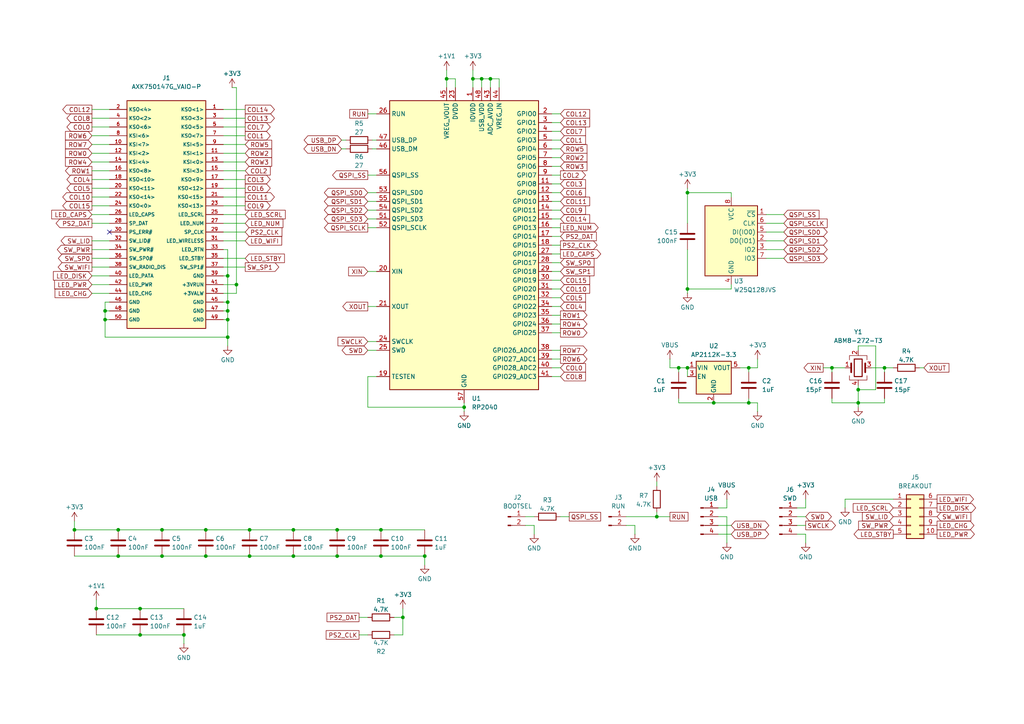
<source format=kicad_sch>
(kicad_sch (version 20231120) (generator "eeschema") (generator_version "8.0")
  (paper "A4")
  (junction (at 134.62 118.11))
  (junction (at 110.49 153.67))
  (junction (at 241.3 106.68))
  (junction (at 123.19 161.29))
  (junction (at 66.04 80.01))
  (junction (at 97.79 161.29))
  (junction (at 116.84 179.07))
  (junction (at 129.54 22.86))
  (junction (at 137.16 22.86))
  (junction (at 217.17 106.68))
  (junction (at 217.17 116.84))
  (junction (at 142.24 22.86))
  (junction (at 199.39 83.82))
  (junction (at 40.64 184.15))
  (junction (at 85.09 161.29))
  (junction (at 68.58 82.55))
  (junction (at 199.39 55.88))
  (junction (at 72.39 161.29))
  (junction (at 59.69 153.67))
  (junction (at 66.04 90.17))
  (junction (at 46.99 153.67))
  (junction (at 30.48 90.17))
  (junction (at 21.59 153.67))
  (junction (at 97.79 153.67))
  (junction (at 34.29 161.29))
  (junction (at 53.34 184.15))
  (junction (at 72.39 153.67))
  (junction (at 40.64 176.53))
  (junction (at 66.04 97.79))
  (junction (at 190.5 149.86))
  (junction (at 59.69 161.29))
  (junction (at 248.92 116.84))
  (junction (at 110.49 161.29))
  (junction (at 139.7 22.86))
  (junction (at 46.99 161.29))
  (junction (at 66.04 87.63))
  (junction (at 34.29 153.67))
  (junction (at 27.94 176.53))
  (junction (at 196.85 106.68))
  (junction (at 85.09 153.67))
  (junction (at 207.01 116.84))
  (junction (at 66.04 92.71))
  (junction (at 248.92 113.03))
  (junction (at 199.39 106.68))
  (junction (at 256.54 106.68))
  (junction (at 30.48 92.71))
  (no_connect (at 31.75 67.31))
  (wire (pts (xy 144.78 22.86) (xy 144.78 25.4)))
  (wire (pts (xy 162.56 81.28) (xy 160.02 81.28)))
  (wire (pts (xy 97.79 153.67) (xy 110.49 153.67)))
  (wire (pts (xy 199.39 55.88) (xy 212.09 55.88)))
  (wire (pts (xy 59.69 161.29) (xy 72.39 161.29)))
  (wire (pts (xy 256.54 106.68) (xy 252.73 106.68)))
  (wire (pts (xy 26.67 54.61) (xy 31.75 54.61)))
  (wire (pts (xy 219.71 106.68) (xy 219.71 104.14)))
  (wire (pts (xy 59.69 153.67) (xy 72.39 153.67)))
  (wire (pts (xy 248.92 100.33) (xy 254 100.33)))
  (wire (pts (xy 142.24 22.86) (xy 144.78 22.86)))
  (wire (pts (xy 99.06 43.18) (xy 100.33 43.18)))
  (wire (pts (xy 222.25 69.85) (xy 227.33 69.85)))
  (wire (pts (xy 53.34 184.15) (xy 53.34 186.69)))
  (wire (pts (xy 66.04 90.17) (xy 66.04 92.71)))
  (wire (pts (xy 199.39 55.88) (xy 199.39 64.77)))
  (wire (pts (xy 64.77 72.39) (xy 66.04 72.39)))
  (wire (pts (xy 110.49 153.67) (xy 123.19 153.67)))
  (wire (pts (xy 27.94 173.99) (xy 27.94 176.53)))
  (wire (pts (xy 26.67 82.55) (xy 31.75 82.55)))
  (wire (pts (xy 106.68 179.07) (xy 104.14 179.07)))
  (wire (pts (xy 26.67 69.85) (xy 31.75 69.85)))
  (wire (pts (xy 162.56 83.82) (xy 160.02 83.82)))
  (wire (pts (xy 212.09 152.4) (xy 208.28 152.4)))
  (wire (pts (xy 71.12 52.07) (xy 64.77 52.07)))
  (wire (pts (xy 21.59 153.67) (xy 34.29 153.67)))
  (wire (pts (xy 64.77 46.99) (xy 71.12 46.99)))
  (wire (pts (xy 162.56 63.5) (xy 160.02 63.5)))
  (wire (pts (xy 106.68 50.8) (xy 109.22 50.8)))
  (wire (pts (xy 162.56 66.04) (xy 160.02 66.04)))
  (wire (pts (xy 64.77 31.75) (xy 71.12 31.75)))
  (wire (pts (xy 71.12 36.83) (xy 64.77 36.83)))
  (wire (pts (xy 162.56 48.26) (xy 160.02 48.26)))
  (wire (pts (xy 210.82 147.32) (xy 208.28 147.32)))
  (wire (pts (xy 116.84 176.53) (xy 116.84 179.07)))
  (wire (pts (xy 254 100.33) (xy 254 113.03)))
  (wire (pts (xy 66.04 87.63) (xy 66.04 90.17)))
  (wire (pts (xy 162.56 68.58) (xy 160.02 68.58)))
  (wire (pts (xy 71.12 54.61) (xy 64.77 54.61)))
  (wire (pts (xy 64.77 92.71) (xy 66.04 92.71)))
  (wire (pts (xy 71.12 44.45) (xy 64.77 44.45)))
  (wire (pts (xy 106.68 58.42) (xy 109.22 58.42)))
  (wire (pts (xy 233.68 147.32) (xy 231.14 147.32)))
  (wire (pts (xy 190.5 139.7) (xy 190.5 140.97)))
  (wire (pts (xy 71.12 49.53) (xy 64.77 49.53)))
  (wire (pts (xy 68.58 85.09) (xy 68.58 82.55)))
  (wire (pts (xy 26.67 62.23) (xy 31.75 62.23)))
  (wire (pts (xy 30.48 90.17) (xy 30.48 92.71)))
  (wire (pts (xy 132.08 25.4) (xy 132.08 22.86)))
  (wire (pts (xy 26.67 59.69) (xy 31.75 59.69)))
  (wire (pts (xy 64.77 85.09) (xy 68.58 85.09)))
  (wire (pts (xy 97.79 161.29) (xy 110.49 161.29)))
  (wire (pts (xy 217.17 115.57) (xy 217.17 116.84)))
  (wire (pts (xy 241.3 116.84) (xy 248.92 116.84)))
  (wire (pts (xy 194.31 104.14) (xy 194.31 106.68)))
  (wire (pts (xy 31.75 87.63) (xy 30.48 87.63)))
  (wire (pts (xy 106.68 109.22) (xy 106.68 118.11)))
  (wire (pts (xy 245.11 147.32) (xy 245.11 144.78)))
  (wire (pts (xy 267.97 106.68) (xy 266.7 106.68)))
  (wire (pts (xy 207.01 116.84) (xy 217.17 116.84)))
  (wire (pts (xy 71.12 57.15) (xy 64.77 57.15)))
  (wire (pts (xy 134.62 119.38) (xy 134.62 118.11)))
  (wire (pts (xy 219.71 116.84) (xy 219.71 119.38)))
  (wire (pts (xy 26.67 46.99) (xy 31.75 46.99)))
  (wire (pts (xy 72.39 161.29) (xy 85.09 161.29)))
  (wire (pts (xy 190.5 149.86) (xy 190.5 148.59)))
  (wire (pts (xy 254 113.03) (xy 248.92 113.03)))
  (wire (pts (xy 129.54 22.86) (xy 132.08 22.86)))
  (wire (pts (xy 217.17 106.68) (xy 217.17 107.95)))
  (wire (pts (xy 26.67 57.15) (xy 31.75 57.15)))
  (wire (pts (xy 194.31 106.68) (xy 196.85 106.68)))
  (wire (pts (xy 110.49 161.29) (xy 123.19 161.29)))
  (wire (pts (xy 107.95 43.18) (xy 109.22 43.18)))
  (wire (pts (xy 106.68 60.96) (xy 109.22 60.96)))
  (wire (pts (xy 30.48 90.17) (xy 31.75 90.17)))
  (wire (pts (xy 64.77 82.55) (xy 68.58 82.55)))
  (wire (pts (xy 217.17 116.84) (xy 219.71 116.84)))
  (wire (pts (xy 30.48 92.71) (xy 31.75 92.71)))
  (wire (pts (xy 66.04 92.71) (xy 66.04 97.79)))
  (wire (pts (xy 26.67 52.07) (xy 31.75 52.07)))
  (wire (pts (xy 184.15 152.4) (xy 181.61 152.4)))
  (wire (pts (xy 64.77 34.29) (xy 71.12 34.29)))
  (wire (pts (xy 162.56 40.64) (xy 160.02 40.64)))
  (wire (pts (xy 129.54 20.32) (xy 129.54 22.86)))
  (wire (pts (xy 154.94 154.94) (xy 154.94 152.4)))
  (wire (pts (xy 71.12 64.77) (xy 64.77 64.77)))
  (wire (pts (xy 68.58 82.55) (xy 68.58 25.4)))
  (wire (pts (xy 106.68 78.74) (xy 109.22 78.74)))
  (wire (pts (xy 71.12 39.37) (xy 64.77 39.37)))
  (wire (pts (xy 233.68 152.4) (xy 231.14 152.4)))
  (wire (pts (xy 116.84 179.07) (xy 116.84 184.15)))
  (wire (pts (xy 26.67 31.75) (xy 31.75 31.75)))
  (wire (pts (xy 114.3 179.07) (xy 116.84 179.07)))
  (wire (pts (xy 27.94 176.53) (xy 40.64 176.53)))
  (wire (pts (xy 71.12 74.93) (xy 64.77 74.93)))
  (wire (pts (xy 181.61 149.86) (xy 190.5 149.86)))
  (wire (pts (xy 106.68 63.5) (xy 109.22 63.5)))
  (wire (pts (xy 53.34 184.15) (xy 40.64 184.15)))
  (wire (pts (xy 26.67 80.01) (xy 31.75 80.01)))
  (wire (pts (xy 162.56 93.98) (xy 160.02 93.98)))
  (wire (pts (xy 106.68 99.06) (xy 109.22 99.06)))
  (wire (pts (xy 162.56 106.68) (xy 160.02 106.68)))
  (wire (pts (xy 152.4 149.86) (xy 154.94 149.86)))
  (wire (pts (xy 26.67 49.53) (xy 31.75 49.53)))
  (wire (pts (xy 210.82 149.86) (xy 210.82 157.48)))
  (wire (pts (xy 162.56 91.44) (xy 160.02 91.44)))
  (wire (pts (xy 256.54 116.84) (xy 256.54 115.57)))
  (wire (pts (xy 137.16 20.32) (xy 137.16 22.86)))
  (wire (pts (xy 199.39 83.82) (xy 212.09 83.82)))
  (wire (pts (xy 106.68 88.9) (xy 109.22 88.9)))
  (wire (pts (xy 196.85 106.68) (xy 196.85 107.95)))
  (wire (pts (xy 26.67 77.47) (xy 31.75 77.47)))
  (wire (pts (xy 162.56 50.8) (xy 160.02 50.8)))
  (wire (pts (xy 142.24 22.86) (xy 142.24 25.4)))
  (wire (pts (xy 68.58 25.4) (xy 67.31 25.4)))
  (wire (pts (xy 162.56 38.1) (xy 160.02 38.1)))
  (wire (pts (xy 259.08 106.68) (xy 256.54 106.68)))
  (wire (pts (xy 71.12 62.23) (xy 64.77 62.23)))
  (wire (pts (xy 248.92 113.03) (xy 248.92 111.76)))
  (wire (pts (xy 71.12 67.31) (xy 64.77 67.31)))
  (wire (pts (xy 165.1 149.86) (xy 162.56 149.86)))
  (wire (pts (xy 139.7 22.86) (xy 142.24 22.86)))
  (wire (pts (xy 162.56 60.96) (xy 160.02 60.96)))
  (wire (pts (xy 26.67 72.39) (xy 31.75 72.39)))
  (wire (pts (xy 71.12 59.69) (xy 64.77 59.69)))
  (wire (pts (xy 196.85 106.68) (xy 199.39 106.68)))
  (wire (pts (xy 199.39 72.39) (xy 199.39 83.82)))
  (wire (pts (xy 26.67 64.77) (xy 31.75 64.77)))
  (wire (pts (xy 162.56 96.52) (xy 160.02 96.52)))
  (wire (pts (xy 106.68 55.88) (xy 109.22 55.88)))
  (wire (pts (xy 34.29 153.67) (xy 46.99 153.67)))
  (wire (pts (xy 30.48 87.63) (xy 30.48 90.17)))
  (wire (pts (xy 27.94 184.15) (xy 40.64 184.15)))
  (wire (pts (xy 199.39 109.22) (xy 199.39 106.68)))
  (wire (pts (xy 233.68 154.94) (xy 233.68 157.48)))
  (wire (pts (xy 30.48 97.79) (xy 66.04 97.79)))
  (wire (pts (xy 66.04 100.33) (xy 66.04 97.79)))
  (wire (pts (xy 219.71 106.68) (xy 217.17 106.68)))
  (wire (pts (xy 162.56 104.14) (xy 160.02 104.14)))
  (wire (pts (xy 107.95 40.64) (xy 109.22 40.64)))
  (wire (pts (xy 199.39 54.61) (xy 199.39 55.88)))
  (wire (pts (xy 238.76 106.68) (xy 241.3 106.68)))
  (wire (pts (xy 222.25 67.31) (xy 227.33 67.31)))
  (wire (pts (xy 85.09 161.29) (xy 97.79 161.29)))
  (wire (pts (xy 162.56 78.74) (xy 160.02 78.74)))
  (wire (pts (xy 106.68 33.02) (xy 109.22 33.02)))
  (wire (pts (xy 64.77 87.63) (xy 66.04 87.63)))
  (wire (pts (xy 34.29 161.29) (xy 46.99 161.29)))
  (wire (pts (xy 71.12 69.85) (xy 64.77 69.85)))
  (wire (pts (xy 190.5 149.86) (xy 194.31 149.86)))
  (wire (pts (xy 212.09 154.94) (xy 208.28 154.94)))
  (wire (pts (xy 123.19 161.29) (xy 123.19 163.83)))
  (wire (pts (xy 241.3 116.84) (xy 241.3 115.57)))
  (wire (pts (xy 241.3 106.68) (xy 245.11 106.68)))
  (wire (pts (xy 26.67 85.09) (xy 31.75 85.09)))
  (wire (pts (xy 64.77 80.01) (xy 66.04 80.01)))
  (wire (pts (xy 233.68 154.94) (xy 231.14 154.94)))
  (wire (pts (xy 196.85 116.84) (xy 207.01 116.84)))
  (wire (pts (xy 106.68 184.15) (xy 104.14 184.15)))
  (wire (pts (xy 222.25 64.77) (xy 227.33 64.77)))
  (wire (pts (xy 66.04 80.01) (xy 66.04 87.63)))
  (wire (pts (xy 26.67 41.91) (xy 31.75 41.91)))
  (wire (pts (xy 162.56 53.34) (xy 160.02 53.34)))
  (wire (pts (xy 162.56 86.36) (xy 160.02 86.36)))
  (wire (pts (xy 71.12 41.91) (xy 64.77 41.91)))
  (wire (pts (xy 64.77 90.17) (xy 66.04 90.17)))
  (wire (pts (xy 212.09 83.82) (xy 212.09 82.55)))
  (wire (pts (xy 210.82 149.86) (xy 208.28 149.86)))
  (wire (pts (xy 248.92 118.11) (xy 248.92 116.84)))
  (wire (pts (xy 30.48 92.71) (xy 30.48 97.79)))
  (wire (pts (xy 196.85 116.84) (xy 196.85 115.57)))
  (wire (pts (xy 199.39 85.09) (xy 199.39 83.82)))
  (wire (pts (xy 162.56 73.66) (xy 160.02 73.66)))
  (wire (pts (xy 106.68 118.11) (xy 134.62 118.11)))
  (wire (pts (xy 245.11 144.78) (xy 259.08 144.78)))
  (wire (pts (xy 139.7 22.86) (xy 139.7 25.4)))
  (wire (pts (xy 154.94 152.4) (xy 152.4 152.4)))
  (wire (pts (xy 162.56 109.22) (xy 160.02 109.22)))
  (wire (pts (xy 71.12 77.47) (xy 64.77 77.47)))
  (wire (pts (xy 26.67 34.29) (xy 31.75 34.29)))
  (wire (pts (xy 212.09 55.88) (xy 212.09 57.15)))
  (wire (pts (xy 222.25 72.39) (xy 227.33 72.39)))
  (wire (pts (xy 114.3 184.15) (xy 116.84 184.15)))
  (wire (pts (xy 162.56 33.02) (xy 160.02 33.02)))
  (wire (pts (xy 184.15 154.94) (xy 184.15 152.4)))
  (wire (pts (xy 26.67 36.83) (xy 31.75 36.83)))
  (wire (pts (xy 162.56 58.42) (xy 160.02 58.42)))
  (wire (pts (xy 162.56 101.6) (xy 160.02 101.6)))
  (wire (pts (xy 222.25 62.23) (xy 227.33 62.23)))
  (wire (pts (xy 256.54 107.95) (xy 256.54 106.68)))
  (wire (pts (xy 66.04 72.39) (xy 66.04 80.01)))
  (wire (pts (xy 162.56 45.72) (xy 160.02 45.72)))
  (wire (pts (xy 106.68 66.04) (xy 109.22 66.04)))
  (wire (pts (xy 214.63 106.68) (xy 217.17 106.68)))
  (wire (pts (xy 85.09 153.67) (xy 97.79 153.67)))
  (wire (pts (xy 162.56 35.56) (xy 160.02 35.56)))
  (wire (pts (xy 26.67 74.93) (xy 31.75 74.93)))
  (wire (pts (xy 137.16 22.86) (xy 139.7 22.86)))
  (wire (pts (xy 40.64 176.53) (xy 53.34 176.53)))
  (wire (pts (xy 162.56 55.88) (xy 160.02 55.88)))
  (wire (pts (xy 162.56 71.12) (xy 160.02 71.12)))
  (wire (pts (xy 46.99 161.29) (xy 59.69 161.29)))
  (wire (pts (xy 162.56 43.18) (xy 160.02 43.18)))
  (wire (pts (xy 21.59 161.29) (xy 34.29 161.29)))
  (wire (pts (xy 109.22 109.22) (xy 106.68 109.22)))
  (wire (pts (xy 137.16 22.86) (xy 137.16 25.4)))
  (wire (pts (xy 26.67 39.37) (xy 31.75 39.37)))
  (wire (pts (xy 210.82 147.32) (xy 210.82 144.78)))
  (wire (pts (xy 162.56 76.2) (xy 160.02 76.2)))
  (wire (pts (xy 46.99 153.67) (xy 59.69 153.67)))
  (wire (pts (xy 248.92 116.84) (xy 256.54 116.84)))
  (wire (pts (xy 72.39 153.67) (xy 85.09 153.67)))
  (wire (pts (xy 21.59 151.13) (xy 21.59 153.67)))
  (wire (pts (xy 241.3 107.95) (xy 241.3 106.68)))
  (wire (pts (xy 222.25 74.93) (xy 227.33 74.93)))
  (wire (pts (xy 233.68 149.86) (xy 231.14 149.86)))
  (wire (pts (xy 106.68 101.6) (xy 109.22 101.6)))
  (wire (pts (xy 134.62 118.11) (xy 134.62 116.84)))
  (wire (pts (xy 162.56 88.9) (xy 160.02 88.9)))
  (wire (pts (xy 248.92 101.6) (xy 248.92 100.33)))
  (wire (pts (xy 26.67 44.45) (xy 31.75 44.45)))
  (wire (pts (xy 129.54 22.86) (xy 129.54 25.4)))
  (wire (pts (xy 248.92 113.03) (xy 248.92 116.84)))
  (wire (pts (xy 99.06 40.64) (xy 100.33 40.64)))
  (wire (pts (xy 233.68 147.32) (xy 233.68 144.78)))
  (global_label "USB_DP" (shape bidirectional) (at 99.06 40.64 180) (property "Intersheetrefs" "${INTERSHEET_REFS}" (effects (hide yes))))
  (global_label "ROW2" (shape input) (at 71.12 44.45 0) (property "Intersheetrefs" "${INTERSHEET_REFS}" (effects (hide yes))))
  (global_label "LED_NUM" (shape output) (at 162.56 66.04 0) (property "Intersheetrefs" "${INTERSHEET_REFS}" (effects (hide yes))))
  (global_label "ROW1" (shape output) (at 162.56 91.44 0) (property "Intersheetrefs" "${INTERSHEET_REFS}" (effects (hide yes))))
  (global_label "LED_WIFI" (shape output) (at 271.78 144.78 0) (property "Intersheetrefs" "${INTERSHEET_REFS}" (effects (hide yes))))
  (global_label "COL3" (shape output) (at 71.12 52.07 0) (property "Intersheetrefs" "${INTERSHEET_REFS}" (effects (hide yes))))
  (global_label "SWCLK" (shape input) (at 106.68 99.06 180) (property "Intersheetrefs" "${INTERSHEET_REFS}" (effects (hide yes))))
  (global_label "LED_CHG" (shape input) (at 26.67 85.09 180) (property "Intersheetrefs" "${INTERSHEET_REFS}" (effects (hide yes))))
  (global_label "SW_LID" (shape output) (at 26.67 69.85 180) (property "Intersheetrefs" "${INTERSHEET_REFS}" (effects (hide yes))))
  (global_label "LED_PWR" (shape output) (at 271.78 154.94 0) (property "Intersheetrefs" "${INTERSHEET_REFS}" (effects (hide yes))))
  (global_label "SWD" (shape bidirectional) (at 233.68 149.86 0) (property "Intersheetrefs" "${INTERSHEET_REFS}" (effects (hide yes))))
  (global_label "COL2" (shape input) (at 71.12 49.53 0) (property "Intersheetrefs" "${INTERSHEET_REFS}" (effects (hide yes))))
  (global_label "COL6" (shape input) (at 162.56 55.88 0) (property "Intersheetrefs" "${INTERSHEET_REFS}" (effects (hide yes))))
  (global_label "SW_PWR" (shape input) (at 259.08 152.4 180) (property "Intersheetrefs" "${INTERSHEET_REFS}" (effects (hide yes))))
  (global_label "XIN" (shape input) (at 106.68 78.74 180) (property "Intersheetrefs" "${INTERSHEET_REFS}" (effects (hide yes))))
  (global_label "ROW0" (shape input) (at 26.67 44.45 180) (property "Intersheetrefs" "${INTERSHEET_REFS}" (effects (hide yes))))
  (global_label "COL13" (shape output) (at 71.12 34.29 0) (property "Intersheetrefs" "${INTERSHEET_REFS}" (effects (hide yes))))
  (global_label "ROW5" (shape input) (at 162.56 43.18 0) (property "Intersheetrefs" "${INTERSHEET_REFS}" (effects (hide yes))))
  (global_label "COL0" (shape output) (at 26.67 36.83 180) (property "Intersheetrefs" "${INTERSHEET_REFS}" (effects (hide yes))))
  (global_label "COL11" (shape input) (at 162.56 58.42 0) (property "Intersheetrefs" "${INTERSHEET_REFS}" (effects (hide yes))))
  (global_label "PS2_CLK" (shape passive) (at 104.14 184.15 180) (property "Intersheetrefs" "${INTERSHEET_REFS}" (effects (hide yes))))
  (global_label "SW_LID" (shape input) (at 259.08 149.86 180) (property "Intersheetrefs" "${INTERSHEET_REFS}" (effects (hide yes))))
  (global_label "PS2_DAT" (shape output) (at 26.67 64.77 180) (property "Intersheetrefs" "${INTERSHEET_REFS}" (effects (hide yes))))
  (global_label "SW_SP0" (shape output) (at 26.67 74.93 180) (property "Intersheetrefs" "${INTERSHEET_REFS}" (effects (hide yes))))
  (global_label "QSPI_SD0" (shape bidirectional) (at 106.68 55.88 180) (property "Intersheetrefs" "${INTERSHEET_REFS}" (effects (hide yes))))
  (global_label "COL13" (shape input) (at 162.56 35.56 0) (property "Intersheetrefs" "${INTERSHEET_REFS}" (effects (hide yes))))
  (global_label "SW_WIFI" (shape input) (at 271.78 149.86 0) (property "Intersheetrefs" "${INTERSHEET_REFS}" (effects (hide yes))))
  (global_label "PS2_CLK" (shape input) (at 71.12 67.31 0) (property "Intersheetrefs" "${INTERSHEET_REFS}" (effects (hide yes))))
  (global_label "COL5" (shape input) (at 162.56 86.36 0) (property "Intersheetrefs" "${INTERSHEET_REFS}" (effects (hide yes))))
  (global_label "QSPI_SCLK" (shape output) (at 106.68 66.04 180) (property "Intersheetrefs" "${INTERSHEET_REFS}" (effects (hide yes))))
  (global_label "LED_CAPS" (shape input) (at 26.67 62.23 180) (property "Intersheetrefs" "${INTERSHEET_REFS}" (effects (hide yes))))
  (global_label "SW_SP1" (shape output) (at 71.12 77.47 0) (property "Intersheetrefs" "${INTERSHEET_REFS}" (effects (hide yes))))
  (global_label "COL3" (shape input) (at 162.56 53.34 0) (property "Intersheetrefs" "${INTERSHEET_REFS}" (effects (hide yes))))
  (global_label "SWCLK" (shape output) (at 233.68 152.4 0) (property "Intersheetrefs" "${INTERSHEET_REFS}" (effects (hide yes))))
  (global_label "QSPI_SS" (shape passive) (at 165.1 149.86 0) (property "Intersheetrefs" "${INTERSHEET_REFS}" (effects (hide yes))))
  (global_label "PS2_DAT" (shape input) (at 162.56 68.58 0) (property "Intersheetrefs" "${INTERSHEET_REFS}" (effects (hide yes))))
  (global_label "ROW6" (shape input) (at 26.67 39.37 180) (property "Intersheetrefs" "${INTERSHEET_REFS}" (effects (hide yes))))
  (global_label "LED_STBY" (shape input) (at 71.12 74.93 0) (property "Intersheetrefs" "${INTERSHEET_REFS}" (effects (hide yes))))
  (global_label "LED_CAPS" (shape output) (at 162.56 73.66 0) (property "Intersheetrefs" "${INTERSHEET_REFS}" (effects (hide yes))))
  (global_label "ROW2" (shape input) (at 162.56 45.72 0) (property "Intersheetrefs" "${INTERSHEET_REFS}" (effects (hide yes))))
  (global_label "XIN" (shape output) (at 238.76 106.68 180) (property "Intersheetrefs" "${INTERSHEET_REFS}" (effects (hide yes))))
  (global_label "ROW4" (shape output) (at 162.56 93.98 0) (property "Intersheetrefs" "${INTERSHEET_REFS}" (effects (hide yes))))
  (global_label "COL14" (shape input) (at 162.56 63.5 0) (property "Intersheetrefs" "${INTERSHEET_REFS}" (effects (hide yes))))
  (global_label "COL7" (shape output) (at 71.12 36.83 0) (property "Intersheetrefs" "${INTERSHEET_REFS}" (effects (hide yes))))
  (global_label "COL10" (shape input) (at 162.56 83.82 0) (property "Intersheetrefs" "${INTERSHEET_REFS}" (effects (hide yes))))
  (global_label "ROW5" (shape input) (at 71.12 41.91 0) (property "Intersheetrefs" "${INTERSHEET_REFS}" (effects (hide yes))))
  (global_label "ROW7" (shape output) (at 162.56 101.6 0) (property "Intersheetrefs" "${INTERSHEET_REFS}" (effects (hide yes))))
  (global_label "QSPI_SS" (shape output) (at 106.68 50.8 180) (property "Intersheetrefs" "${INTERSHEET_REFS}" (effects (hide yes))))
  (global_label "QSPI_SD3" (shape bidirectional) (at 227.33 74.93 0) (property "Intersheetrefs" "${INTERSHEET_REFS}" (effects (hide yes))))
  (global_label "PS2_CLK" (shape output) (at 162.56 71.12 0) (property "Intersheetrefs" "${INTERSHEET_REFS}" (effects (hide yes))))
  (global_label "PS2_DAT" (shape passive) (at 104.14 179.07 180) (property "Intersheetrefs" "${INTERSHEET_REFS}" (effects (hide yes))))
  (global_label "ROW0" (shape output) (at 162.56 96.52 0) (property "Intersheetrefs" "${INTERSHEET_REFS}" (effects (hide yes))))
  (global_label "LED_DISK" (shape input) (at 26.67 80.01 180) (property "Intersheetrefs" "${INTERSHEET_REFS}" (effects (hide yes))))
  (global_label "COL4" (shape input) (at 162.56 88.9 0) (property "Intersheetrefs" "${INTERSHEET_REFS}" (effects (hide yes))))
  (global_label "LED_CHG" (shape output) (at 271.78 152.4 0) (property "Intersheetrefs" "${INTERSHEET_REFS}" (effects (hide yes))))
  (global_label "SW_WIFI" (shape output) (at 26.67 77.47 180) (property "Intersheetrefs" "${INTERSHEET_REFS}" (effects (hide yes))))
  (global_label "COL9" (shape input) (at 162.56 60.96 0) (property "Intersheetrefs" "${INTERSHEET_REFS}" (effects (hide yes))))
  (global_label "ROW3" (shape input) (at 162.56 48.26 0) (property "Intersheetrefs" "${INTERSHEET_REFS}" (effects (hide yes))))
  (global_label "USB_DN" (shape bidirectional) (at 212.09 152.4 0) (property "Intersheetrefs" "${INTERSHEET_REFS}" (effects (hide yes))))
  (global_label "COL15" (shape input) (at 162.56 81.28 0) (property "Intersheetrefs" "${INTERSHEET_REFS}" (effects (hide yes))))
  (global_label "QSPI_SD1" (shape bidirectional) (at 106.68 58.42 180) (property "Intersheetrefs" "${INTERSHEET_REFS}" (effects (hide yes))))
  (global_label "LED_DISK" (shape output) (at 271.78 147.32 0) (property "Intersheetrefs" "${INTERSHEET_REFS}" (effects (hide yes))))
  (global_label "XOUT" (shape input) (at 267.97 106.68 0) (property "Intersheetrefs" "${INTERSHEET_REFS}" (effects (hide yes))))
  (global_label "COL14" (shape output) (at 71.12 31.75 0) (property "Intersheetrefs" "${INTERSHEET_REFS}" (effects (hide yes))))
  (global_label "COL7" (shape input) (at 162.56 38.1 0) (property "Intersheetrefs" "${INTERSHEET_REFS}" (effects (hide yes))))
  (global_label "COL4" (shape output) (at 26.67 52.07 180) (property "Intersheetrefs" "${INTERSHEET_REFS}" (effects (hide yes))))
  (global_label "LED_NUM" (shape input) (at 71.12 64.77 0) (property "Intersheetrefs" "${INTERSHEET_REFS}" (effects (hide yes))))
  (global_label "USB_DN" (shape bidirectional) (at 99.06 43.18 180) (property "Intersheetrefs" "${INTERSHEET_REFS}" (effects (hide yes))))
  (global_label "SW_SP0" (shape input) (at 162.56 76.2 0) (property "Intersheetrefs" "${INTERSHEET_REFS}" (effects (hide yes))))
  (global_label "COL2" (shape output) (at 162.56 50.8 0) (property "Intersheetrefs" "${INTERSHEET_REFS}" (effects (hide yes))))
  (global_label "LED_SCRL" (shape input) (at 259.08 147.32 180) (property "Intersheetrefs" "${INTERSHEET_REFS}" (effects (hide yes))))
  (global_label "COL6" (shape output) (at 71.12 54.61 0) (property "Intersheetrefs" "${INTERSHEET_REFS}" (effects (hide yes))))
  (global_label "COL9" (shape output) (at 71.12 59.69 0) (property "Intersheetrefs" "${INTERSHEET_REFS}" (effects (hide yes))))
  (global_label "QSPI_SD2" (shape bidirectional) (at 106.68 60.96 180) (property "Intersheetrefs" "${INTERSHEET_REFS}" (effects (hide yes))))
  (global_label "ROW1" (shape output) (at 26.67 49.53 180) (property "Intersheetrefs" "${INTERSHEET_REFS}" (effects (hide yes))))
  (global_label "COL0" (shape input) (at 162.56 106.68 0) (property "Intersheetrefs" "${INTERSHEET_REFS}" (effects (hide yes))))
  (global_label "ROW7" (shape input) (at 26.67 41.91 180) (property "Intersheetrefs" "${INTERSHEET_REFS}" (effects (hide yes))))
  (global_label "COL8" (shape input) (at 162.56 109.22 0) (property "Intersheetrefs" "${INTERSHEET_REFS}" (effects (hide yes))))
  (global_label "COL1" (shape input) (at 162.56 40.64 0) (property "Intersheetrefs" "${INTERSHEET_REFS}" (effects (hide yes))))
  (global_label "QSPI_SD0" (shape bidirectional) (at 227.33 67.31 0) (property "Intersheetrefs" "${INTERSHEET_REFS}" (effects (hide yes))))
  (global_label "XOUT" (shape output) (at 106.68 88.9 180) (property "Intersheetrefs" "${INTERSHEET_REFS}" (effects (hide yes))))
  (global_label "QSPI_SD3" (shape bidirectional) (at 106.68 63.5 180) (property "Intersheetrefs" "${INTERSHEET_REFS}" (effects (hide yes))))
  (global_label "COL8" (shape output) (at 26.67 34.29 180) (property "Intersheetrefs" "${INTERSHEET_REFS}" (effects (hide yes))))
  (global_label "ROW4" (shape input) (at 26.67 46.99 180) (property "Intersheetrefs" "${INTERSHEET_REFS}" (effects (hide yes))))
  (global_label "COL10" (shape output) (at 26.67 57.15 180) (property "Intersheetrefs" "${INTERSHEET_REFS}" (effects (hide yes))))
  (global_label "COL15" (shape output) (at 26.67 59.69 180) (property "Intersheetrefs" "${INTERSHEET_REFS}" (effects (hide yes))))
  (global_label "RUN" (shape passive) (at 194.31 149.86 0) (property "Intersheetrefs" "${INTERSHEET_REFS}" (effects (hide yes))))
  (global_label "LED_WIFI" (shape input) (at 71.12 69.85 0) (property "Intersheetrefs" "${INTERSHEET_REFS}" (effects (hide yes))))
  (global_label "ROW6" (shape output) (at 162.56 104.14 0) (property "Intersheetrefs" "${INTERSHEET_REFS}" (effects (hide yes))))
  (global_label "SW_PWR" (shape output) (at 26.67 72.39 180) (property "Intersheetrefs" "${INTERSHEET_REFS}" (effects (hide yes))))
  (global_label "USB_DP" (shape bidirectional) (at 212.09 154.94 0) (property "Intersheetrefs" "${INTERSHEET_REFS}" (effects (hide yes))))
  (global_label "QSPI_SD2" (shape bidirectional) (at 227.33 72.39 0) (property "Intersheetrefs" "${INTERSHEET_REFS}" (effects (hide yes))))
  (global_label "SW_SP1" (shape input) (at 162.56 78.74 0) (property "Intersheetrefs" "${INTERSHEET_REFS}" (effects (hide yes))))
  (global_label "COL5" (shape output) (at 26.67 54.61 180) (property "Intersheetrefs" "${INTERSHEET_REFS}" (effects (hide yes))))
  (global_label "RUN" (shape passive) (at 106.68 33.02 180) (property "Intersheetrefs" "${INTERSHEET_REFS}" (effects (hide yes))))
  (global_label "LED_PWR" (shape input) (at 26.67 82.55 180) (property "Intersheetrefs" "${INTERSHEET_REFS}" (effects (hide yes))))
  (global_label "QSPI_SS" (shape input) (at 227.33 62.23 0) (property "Intersheetrefs" "${INTERSHEET_REFS}" (effects (hide yes))))
  (global_label "COL12" (shape input) (at 162.56 33.02 0) (property "Intersheetrefs" "${INTERSHEET_REFS}" (effects (hide yes))))
  (global_label "QSPI_SCLK" (shape input) (at 227.33 64.77 0) (property "Intersheetrefs" "${INTERSHEET_REFS}" (effects (hide yes))))
  (global_label "LED_STBY" (shape output) (at 259.08 154.94 180) (property "Intersheetrefs" "${INTERSHEET_REFS}" (effects (hide yes))))
  (global_label "LED_SCRL" (shape input) (at 71.12 62.23 0) (property "Intersheetrefs" "${INTERSHEET_REFS}" (effects (hide yes))))
  (global_label "COL1" (shape output) (at 71.12 39.37 0) (property "Intersheetrefs" "${INTERSHEET_REFS}" (effects (hide yes))))
  (global_label "SWD" (shape bidirectional) (at 106.68 101.6 180) (property "Intersheetrefs" "${INTERSHEET_REFS}" (effects (hide yes))))
  (global_label "ROW3" (shape input) (at 71.12 46.99 0) (property "Intersheetrefs" "${INTERSHEET_REFS}" (effects (hide yes))))
  (global_label "COL12" (shape output) (at 26.67 31.75 180) (property "Intersheetrefs" "${INTERSHEET_REFS}" (effects (hide yes))))
  (global_label "COL11" (shape output) (at 71.12 57.15 0) (property "Intersheetrefs" "${INTERSHEET_REFS}" (effects (hide yes))))
  (global_label "QSPI_SD1" (shape bidirectional) (at 227.33 69.85 0) (property "Intersheetrefs" "${INTERSHEET_REFS}" (effects (hide yes))))
  (symbol (lib_id "power:+1V1") (at 129.54 20.32 0) (unit 1)
    (property "Reference" "#PWR011" (effects (hide yes)))
    (property "Value" "+1V1" (at 129.54 16.256 0))
    (property "Description" "Power symbol creates a global label with name \"+1V1\"" (effects (hide yes)))
  )
  (symbol (lib_id "power:VBUS") (at 194.31 104.14 0) (unit 1)
    (property "Reference" "#PWR02" (effects (hide yes)))
    (property "Value" "VBUS" (at 194.31 100.076 0))
    (property "Description" "Power symbol creates a global label with name \"VBUS\"" (effects (hide yes)))
  )
  (symbol (lib_id "Device:C") (at 110.49 157.48 0) (unit 1)
    (property "Reference" "C10" (at 113.284 156.21 0) (effects (justify left)))
    (property "Value" "100nF" (at 113.284 158.75 0) (effects (justify left)))
    (property "Footprint" "Capacitor_SMD:C_0402_1005Metric" (effects (hide yes)))
    (property "Description" "Unpolarized capacitor" (effects (hide yes)))
  )
  (symbol (lib_id "power:GND") (at 134.62 119.38 0) (unit 1)
    (property "Reference" "#PWR015" (effects (hide yes)))
    (property "Value" "GND" (at 134.62 123.444 0))
    (property "Description" "Power symbol creates a global label with name \"GND\" , ground" (effects (hide yes)))
  )
  (symbol (lib_id "power:+3V3") (at 199.39 54.61 0) (unit 1)
    (property "Reference" "#PWR017" (effects (hide yes)))
    (property "Value" "+3V3" (at 199.39 50.546 0))
  )
  (symbol (lib_id "Device:C") (at 217.17 111.76 0) (unit 1)
    (property "Reference" "C2" (at 220.98 110.4899 0) (effects (justify left)))
    (property "Value" "1uF" (at 220.98 113.0299 0) (effects (justify left)))
    (property "Footprint" "Capacitor_SMD:C_0402_1005Metric" (effects (hide yes)))
  )
  (symbol (lib_id "Device:C") (at 256.54 111.76 0) (unit 1)
    (property "Reference" "C17" (at 259.334 110.49 0) (effects (justify left)))
    (property "Value" "15pF" (at 259.334 113.03 0) (effects (justify left)))
    (property "Footprint" "Capacitor_SMD:C_0402_1005Metric" (effects (hide yes)))
    (property "Description" "Unpolarized capacitor" (effects (hide yes)))
  )
  (symbol (lib_id "power:GND") (at 154.94 154.94 0) (mirror y) (unit 1)
    (property "Reference" "#PWR018" (effects (hide yes)))
    (property "Value" "GND" (at 154.94 159.004 0))
    (property "Description" "Power symbol creates a global label with name \"GND\" , ground" (effects (hide yes)))
  )
  (symbol (lib_id "Regulator_Linear:AP2112K-3.3") (at 207.01 109.22 0) (unit 1)
    (property "Reference" "U2" (at 207.01 100.33 0))
    (property "Value" "AP2112K-3.3" (at 207.01 102.87 0))
    (property "Footprint" "Package_TO_SOT_SMD:SOT-23-5" (effects (hide yes)))
    (property "Datasheet" "https://www.diodes.com/assets/Datasheets/AP2112.pdf" (effects (hide yes)))
    (property "Description" "600mA low dropout linear regulator, with enable pin, 3.8V-6V input voltage range, 3.3V fixed positive output, SOT-23-5" (effects (hide yes)))
  )
  (symbol (lib_id "Device:R") (at 262.89 106.68 90) (unit 1)
    (property "Reference" "R4" (at 262.89 101.854 90))
    (property "Value" "4.7K" (at 262.89 104.394 90))
    (property "Footprint" "Resistor_SMD:R_0402_1005Metric" (effects (hide yes)))
    (property "Description" "Resistor" (effects (hide yes)))
  )
  (symbol (lib_id "Device:C") (at 59.69 157.48 0) (unit 1)
    (property "Reference" "C6" (at 62.484 156.21 0) (effects (justify left)))
    (property "Value" "100nF" (at 62.484 158.75 0) (effects (justify left)))
    (property "Footprint" "Capacitor_SMD:C_0402_1005Metric" (effects (hide yes)))
    (property "Description" "Unpolarized capacitor" (effects (hide yes)))
  )
  (symbol (lib_id "Device:C") (at 21.59 157.48 0) (unit 1)
    (property "Reference" "C3" (at 24.384 156.21 0) (effects (justify left)))
    (property "Value" "100nF" (at 24.384 158.75 0) (effects (justify left)))
    (property "Footprint" "Capacitor_SMD:C_0402_1005Metric" (effects (hide yes)))
    (property "Description" "Unpolarized capacitor" (effects (hide yes)))
  )
  (symbol (lib_id "Device:C") (at 34.29 157.48 0) (unit 1)
    (property "Reference" "C4" (at 37.084 156.21 0) (effects (justify left)))
    (property "Value" "100nF" (at 37.084 158.75 0) (effects (justify left)))
    (property "Footprint" "Capacitor_SMD:C_0402_1005Metric" (effects (hide yes)))
    (property "Description" "Unpolarized capacitor" (effects (hide yes)))
  )
  (symbol (lib_id "Device:C") (at 241.3 111.76 0) (mirror y) (unit 1)
    (property "Reference" "C16" (at 238.506 110.49 0) (effects (justify left)))
    (property "Value" "15pF" (at 238.506 113.03 0) (effects (justify left)))
    (property "Footprint" "Capacitor_SMD:C_0402_1005Metric" (effects (hide yes)))
    (property "Description" "Unpolarized capacitor" (effects (hide yes)))
  )
  (symbol (lib_id "Device:C") (at 97.79 157.48 0) (unit 1)
    (property "Reference" "C9" (at 100.584 156.21 0) (effects (justify left)))
    (property "Value" "100nF" (at 100.584 158.75 0) (effects (justify left)))
    (property "Footprint" "Capacitor_SMD:C_0402_1005Metric" (effects (hide yes)))
    (property "Description" "Unpolarized capacitor" (effects (hide yes)))
  )
  (symbol (lib_id "Device:C") (at 46.99 157.48 0) (unit 1)
    (property "Reference" "C5" (at 49.784 156.21 0) (effects (justify left)))
    (property "Value" "100nF" (at 49.784 158.75 0) (effects (justify left)))
    (property "Footprint" "Capacitor_SMD:C_0402_1005Metric" (effects (hide yes)))
    (property "Description" "Unpolarized capacitor" (effects (hide yes)))
  )
  (symbol (lib_id "power:+3V3") (at 116.84 176.53 0) (unit 1)
    (property "Reference" "#PWR014" (effects (hide yes)))
    (property "Value" "+3V3" (at 116.84 172.466 0))
  )
  (symbol (lib_id "Device:C") (at 40.64 180.34 0) (unit 1)
    (property "Reference" "C13" (at 43.434 179.07 0) (effects (justify left)))
    (property "Value" "100nF" (at 43.434 181.61 0) (effects (justify left)))
    (property "Footprint" "Capacitor_SMD:C_0402_1005Metric" (effects (hide yes)))
    (property "Description" "Unpolarized capacitor" (effects (hide yes)))
  )
  (symbol (lib_id "power:GND") (at 199.39 85.09 0) (unit 1)
    (property "Reference" "#PWR016" (effects (hide yes)))
    (property "Value" "GND" (at 199.39 89.154 0))
    (property "Description" "Power symbol creates a global label with name \"GND\" , ground" (effects (hide yes)))
  )
  (symbol (lib_id "power:GND") (at 219.71 119.38 0) (unit 1)
    (property "Reference" "#PWR03" (effects (hide yes)))
    (property "Value" "GND" (at 219.71 123.444 0))
    (property "Description" "Power symbol creates a global label with name \"GND\" , ground" (effects (hide yes)))
  )
  (symbol (lib_id "Device:R") (at 110.49 184.15 270) (unit 1)
    (property "Reference" "R2" (at 110.49 188.976 90))
    (property "Value" "4.7K" (at 110.49 186.436 90))
    (property "Footprint" "Resistor_SMD:R_0402_1005Metric" (effects (hide yes)))
    (property "Description" "Resistor" (effects (hide yes)))
  )
  (symbol (lib_id "Connector:Conn_01x04_Pin") (at 203.2 149.86 0) (unit 1) (in_bom no)
    (property "Reference" "J4" (at 206.248 141.986 0))
    (property "Value" "USB" (at 206.248 144.526 0))
    (property "Footprint" "Connector_PinHeader_2.54mm:PinHeader_1x04_P2.54mm_Vertical" (effects (hide yes)))
    (property "Description" "Generic connector, single row, 01x04, script generated" (effects (hide yes)))
  )
  (symbol (lib_id "Device:C") (at 72.39 157.48 0) (unit 1)
    (property "Reference" "C7" (at 75.184 156.21 0) (effects (justify left)))
    (property "Value" "100nF" (at 75.184 158.75 0) (effects (justify left)))
    (property "Footprint" "Capacitor_SMD:C_0402_1005Metric" (effects (hide yes)))
    (property "Description" "Unpolarized capacitor" (effects (hide yes)))
  )
  (symbol (lib_id "Device:C") (at 196.85 111.76 0) (unit 1)
    (property "Reference" "C1" (at 193.04 110.4899 0) (effects (justify right)))
    (property "Value" "1uF" (at 193.04 113.0299 0) (effects (justify right)))
    (property "Footprint" "Capacitor_SMD:C_0402_1005Metric" (effects (hide yes)))
  )
  (symbol (lib_id "power:+3V3") (at 67.31 25.4 0) (unit 1)
    (property "Reference" "#PWR013" (effects (hide yes)))
    (property "Value" "+3V3" (at 67.31 21.336 0))
  )
  (symbol (lib_id "Device:R") (at 104.14 43.18 270) (unit 1)
    (property "Reference" "R6" (at 104.14 45.466 90))
    (property "Value" "27" (at 104.14 48.006 90))
    (property "Footprint" "Resistor_SMD:R_0402_1005Metric" (effects (hide yes)))
    (property "Description" "Resistor" (effects (hide yes)))
  )
  (symbol (lib_id "power:GND") (at 210.82 157.48 0) (mirror y) (unit 1)
    (property "Reference" "#PWR09" (effects (hide yes)))
    (property "Value" "GND" (at 210.82 161.544 0))
    (property "Description" "Power symbol creates a global label with name \"GND\" , ground" (effects (hide yes)))
  )
  (symbol (lib_id "power:+3V3") (at 137.16 20.32 0) (unit 1)
    (property "Reference" "#PWR06" (effects (hide yes)))
    (property "Value" "+3V3" (at 137.16 16.256 0))
  )
  (symbol (lib_id "Device:R") (at 110.49 179.07 90) (unit 1)
    (property "Reference" "R1" (at 110.49 174.244 90))
    (property "Value" "4.7K" (at 110.49 176.784 90))
    (property "Footprint" "Resistor_SMD:R_0402_1005Metric" (effects (hide yes)))
    (property "Description" "Resistor" (effects (hide yes)))
  )
  (symbol (lib_id "Device:C") (at 123.19 157.48 0) (unit 1)
    (property "Reference" "C11" (at 125.984 156.21 0) (effects (justify left)))
    (property "Value" "1uF" (at 125.984 158.75 0) (effects (justify left)))
    (property "Footprint" "Capacitor_SMD:C_0402_1005Metric" (effects (hide yes)))
    (property "Description" "Unpolarized capacitor" (effects (hide yes)))
  )
  (symbol (lib_id "Memory_Flash:W25Q128JVS") (at 212.09 69.85 0) (mirror y) (unit 1)
    (property "Reference" "U3" (at 212.852 81.534 0) (effects (justify right)))
    (property "Value" "W25Q128JVS" (at 212.852 84.074 0) (effects (justify right)))
    (property "Footprint" "Package_SO:SOIC-8_5.23x5.23mm_P1.27mm" (effects (hide yes)))
    (property "Datasheet" "http://www.winbond.com/resource-files/w25q128jv_dtr%20revc%2003272018%20plus.pdf" (effects (hide yes)))
    (property "Description" "128Mb Serial Flash Memory, Standard/Dual/Quad SPI, SOIC-8" (effects (hide yes)))
  )
  (symbol (lib_id "Device:R") (at 104.14 40.64 270) (mirror x) (unit 1)
    (property "Reference" "R5" (at 104.14 35.814 90))
    (property "Value" "27" (at 104.14 38.354 90))
    (property "Footprint" "Resistor_SMD:R_0402_1005Metric" (effects (hide yes)))
    (property "Description" "Resistor" (effects (hide yes)))
  )
  (symbol (lib_id "Device:R") (at 158.75 149.86 90) (unit 1)
    (property "Reference" "R3" (at 158.75 145.034 90))
    (property "Value" "4.7K" (at 158.75 147.574 90))
    (property "Footprint" "Resistor_SMD:R_0402_1005Metric" (effects (hide yes)))
    (property "Description" "Resistor" (effects (hide yes)))
  )
  (symbol (lib_id "power:GND") (at 66.04 100.33 0) (unit 1)
    (property "Reference" "#PWR012" (effects (hide yes)))
    (property "Value" "GND" (at 66.04 104.394 0))
    (property "Description" "Power symbol creates a global label with name \"GND\" , ground" (effects (hide yes)))
  )
  (symbol (lib_id "Device:R") (at 190.5 144.78 180) (unit 1)
    (property "Reference" "R7" (at 186.69 143.764 0))
    (property "Value" "4.7K" (at 186.69 146.304 0))
    (property "Footprint" "Resistor_SMD:R_0402_1005Metric" (effects (hide yes)))
    (property "Description" "Resistor" (effects (hide yes)))
  )
  (symbol (lib_id "power:GND") (at 123.19 163.83 0) (unit 1)
    (property "Reference" "#PWR05" (effects (hide yes)))
    (property "Value" "GND" (at 123.19 167.894 0))
    (property "Description" "Power symbol creates a global label with name \"GND\" , ground" (effects (hide yes)))
  )
  (symbol (lib_id "Device:C") (at 199.39 68.58 0) (mirror y) (unit 1)
    (property "Reference" "C15" (at 196.596 67.31 0) (effects (justify left)))
    (property "Value" "100nF" (at 196.596 69.85 0) (effects (justify left)))
    (property "Footprint" "Capacitor_SMD:C_0402_1005Metric" (effects (hide yes)))
    (property "Description" "Unpolarized capacitor" (effects (hide yes)))
  )
  (symbol (lib_id "MCU_RaspberryPi:RP2040") (at 134.62 71.12 0) (unit 1)
    (property "Reference" "U1" (at 136.8141 115.57 0) (effects (justify left)))
    (property "Value" "RP2040" (at 136.8141 118.11 0) (effects (justify left)))
    (property "Footprint" "Package_DFN_QFN:QFN-56-1EP_7x7mm_P0.4mm_EP3.2x3.2mm" (effects (hide yes)))
    (property "Datasheet" "https://datasheets.raspberrypi.com/rp2040/rp2040-datasheet.pdf" (effects (hide yes)))
    (property "Description" "A microcontroller by Raspberry Pi" (effects (hide yes)))
  )
  (symbol (lib_id "power:GND") (at 53.34 186.69 0) (unit 1)
    (property "Reference" "#PWR08" (effects (hide yes)))
    (property "Value" "GND" (at 53.34 190.754 0))
    (property "Description" "Power symbol creates a global label with name \"GND\" , ground" (effects (hide yes)))
  )
  (symbol (lib_id "power:+3V3") (at 190.5 139.7 0) (unit 1)
    (property "Reference" "#PWR021" (effects (hide yes)))
    (property "Value" "+3V3" (at 190.5 135.636 0))
  )
  (symbol (lib_id "power:+3V3") (at 233.68 144.78 0) (unit 1)
    (property "Reference" "#PWR024" (effects (hide yes)))
    (property "Value" "+3V3" (at 233.68 140.716 0))
  )
  (symbol (lib_id "Device:C") (at 85.09 157.48 0) (unit 1)
    (property "Reference" "C8" (at 87.884 156.21 0) (effects (justify left)))
    (property "Value" "100nF" (at 87.884 158.75 0) (effects (justify left)))
    (property "Footprint" "Capacitor_SMD:C_0402_1005Metric" (effects (hide yes)))
    (property "Description" "Unpolarized capacitor" (effects (hide yes)))
  )
  (symbol (lib_id "Device:C") (at 27.94 180.34 0) (unit 1)
    (property "Reference" "C12" (at 30.734 179.07 0) (effects (justify left)))
    (property "Value" "100nF" (at 30.734 181.61 0) (effects (justify left)))
    (property "Footprint" "Capacitor_SMD:C_0402_1005Metric" (effects (hide yes)))
    (property "Description" "Unpolarized capacitor" (effects (hide yes)))
  )
  (symbol (lib_id "Connector_Generic:Conn_02x05_Top_Bottom") (at 264.16 149.86 0) (unit 1)
    (property "Reference" "J5" (at 265.43 138.43 0))
    (property "Value" "BREAKOUT" (at 265.43 140.97 0))
    (property "Footprint" "Connector_PinHeader_2.54mm:PinHeader_2x05_P2.54mm_Vertical" (effects (hide yes)))
    (property "Description" "Generic connector, double row, 02x05, top/bottom pin numbering scheme (row 1: 1...pins_per_row, row2: pins_per_row+1 ... num_pins), script generated (kicad-library-utils/schlib/autogen/connector/)" (effects (hide yes)))
  )
  (symbol (lib_id "Connector:Conn_01x02_Pin") (at 147.32 149.86 0) (unit 1) (in_bom no)
    (property "Reference" "J2" (at 150.114 144.272 0))
    (property "Value" "BOOTSEL" (at 150.114 146.812 0))
    (property "Footprint" "Connector_PinHeader_2.54mm:PinHeader_1x02_P2.54mm_Vertical" (effects (hide yes)))
    (property "Description" "Generic connector, single row, 01x02, script generated" (effects (hide yes)))
  )
  (symbol (lib_id "AXK750147G:AXK750147G_VAIO-P") (at 48.26 62.23 0) (unit 1)
    (property "Reference" "J1" (at 48.26 22.606 0))
    (property "Value" "AXK750147G_VAIO-P" (at 48.26 25.146 0))
    (property "Footprint" "AXK750147G:AXK750147G_VAIO-P" (effects (hide yes)))
    (property "Datasheet" "https://mm.digikey.com/Volume0/opasdata/d220001/medias/docus/2312/AXK7%2C8_P4_Series_DS.pdf" (effects (hide yes)))
  )
  (symbol (lib_id "Connector:Conn_01x04_Pin") (at 226.06 149.86 0) (unit 1) (in_bom no)
    (property "Reference" "J6" (at 229.108 141.986 0))
    (property "Value" "SWD" (at 229.108 144.526 0))
    (property "Footprint" "Connector_PinHeader_2.54mm:PinHeader_1x04_P2.54mm_Vertical" (effects (hide yes)))
    (property "Description" "Generic connector, single row, 01x04, script generated" (effects (hide yes)))
  )
  (symbol (lib_id "Connector:Conn_01x02_Pin") (at 176.53 149.86 0) (unit 1) (in_bom no)
    (property "Reference" "J3" (at 179.324 144.272 0))
    (property "Value" "RUN" (at 179.324 146.812 0))
    (property "Footprint" "Connector_PinHeader_2.54mm:PinHeader_1x02_P2.54mm_Vertical" (effects (hide yes)))
    (property "Description" "Generic connector, single row, 01x02, script generated" (effects (hide yes)))
  )
  (symbol (lib_id "power:GND") (at 248.92 118.11 0) (unit 1)
    (property "Reference" "#PWR019" (effects (hide yes)))
    (property "Value" "GND" (at 248.92 122.174 0))
    (property "Description" "Power symbol creates a global label with name \"GND\" , ground" (effects (hide yes)))
  )
  (symbol (lib_id "power:+1V1") (at 27.94 173.99 0) (unit 1)
    (property "Reference" "#PWR07" (effects (hide yes)))
    (property "Value" "+1V1" (at 27.94 169.926 0))
    (property "Description" "Power symbol creates a global label with name \"+1V1\"" (effects (hide yes)))
  )
  (symbol (lib_id "Device:Crystal_GND24") (at 248.92 106.68 0) (unit 1)
    (property "Reference" "Y1" (at 248.92 96.266 0))
    (property "Value" "ABM8-272-T3" (at 248.92 98.806 0))
    (property "Footprint" "Crystal:Crystal_SMD_3225-4Pin_3.2x2.5mm" (effects (hide yes)))
    (property "Description" "Four pin crystal, GND on pins 2 and 4" (effects (hide yes)))
  )
  (symbol (lib_id "Device:C") (at 53.34 180.34 0) (unit 1)
    (property "Reference" "C14" (at 56.134 179.07 0) (effects (justify left)))
    (property "Value" "1uF" (at 56.134 181.61 0) (effects (justify left)))
    (property "Footprint" "Capacitor_SMD:C_0402_1005Metric" (effects (hide yes)))
    (property "Description" "Unpolarized capacitor" (effects (hide yes)))
  )
  (symbol (lib_id "power:+3V3") (at 219.71 104.14 0) (unit 1)
    (property "Reference" "#PWR01" (effects (hide yes)))
    (property "Value" "+3V3" (at 219.71 100.076 0))
  )
  (symbol (lib_id "power:VBUS") (at 210.82 144.78 0) (unit 1)
    (property "Reference" "#PWR023" (effects (hide yes)))
    (property "Value" "VBUS" (at 210.82 140.716 0))
    (property "Description" "Power symbol creates a global label with name \"VBUS\"" (effects (hide yes)))
  )
  (symbol (lib_id "power:GND") (at 184.15 154.94 0) (mirror y) (unit 1)
    (property "Reference" "#PWR020" (effects (hide yes)))
    (property "Value" "GND" (at 184.15 159.004 0))
    (property "Description" "Power symbol creates a global label with name \"GND\" , ground" (effects (hide yes)))
  )
  (symbol (lib_id "power:GND") (at 233.68 157.48 0) (mirror y) (unit 1)
    (property "Reference" "#PWR027" (effects (hide yes)))
    (property "Value" "GND" (at 233.68 161.544 0))
    (property "Description" "Power symbol creates a global label with name \"GND\" , ground" (effects (hide yes)))
  )
  (symbol (lib_id "power:GND") (at 245.11 147.32 0) (unit 1)
    (property "Reference" "#PWR010" (effects (hide yes)))
    (property "Value" "GND" (at 245.11 151.384 0))
    (property "Description" "Power symbol creates a global label with name \"GND\" , ground" (effects (hide yes)))
  )
  (symbol (lib_id "power:+3V3") (at 21.59 151.13 0) (unit 1)
    (property "Reference" "#PWR04" (effects (hide yes)))
    (property "Value" "+3V3" (at 21.59 147.066 0))
  )
)
</source>
